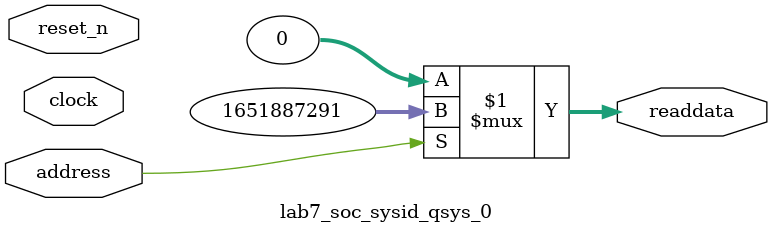
<source format=v>



// synthesis translate_off
`timescale 1ns / 1ps
// synthesis translate_on

// turn off superfluous verilog processor warnings 
// altera message_level Level1 
// altera message_off 10034 10035 10036 10037 10230 10240 10030 

module lab7_soc_sysid_qsys_0 (
               // inputs:
                address,
                clock,
                reset_n,

               // outputs:
                readdata
             )
;

  output  [ 31: 0] readdata;
  input            address;
  input            clock;
  input            reset_n;

  wire    [ 31: 0] readdata;
  //control_slave, which is an e_avalon_slave
  assign readdata = address ? 1651887291 : 0;

endmodule



</source>
